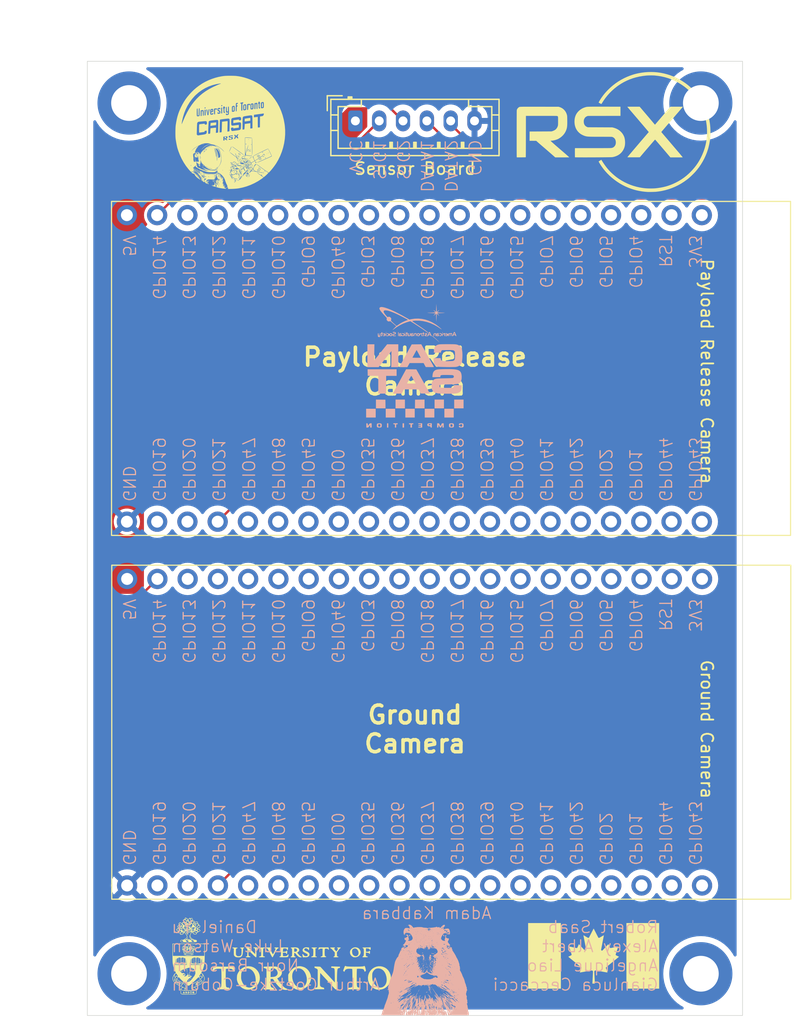
<source format=kicad_pcb>
(kicad_pcb (version 20240108) (generator "pcbnew") (generator_version "8.0")
  (layers (0 "F.Cu" mixed) (31 "B.Cu" power) (34 "B.Paste" user) (35 "F.Paste" user) (36 "B.SilkS" user "B.Silkscreen") (37 "F.SilkS" user "F.Silkscreen") (38 "B.Mask" user) (39 "F.Mask" user) (44 "Edge.Cuts" user))
  (net 0 "")
  (net 1 "GND")
  (net 2 "VCC")
  (net 4 "SIGNAL1")
  (net 5 "DATA1")
  (net 18 "DATA2")
  (net 76 "SIGNAL2")
  (footprint "Custom_Footprints:Freenove_ESP32-S3-WROOM_CAM_Board" (layer "F.Cu") (at 181.55 102.25 -90)
    (property "Reference" "Freenove_ESP32-S3-WROOM_CAM_Board_U2" (hide yes))
    (property "Value" "Ground Camera" (at 13.75 7.05 -90) (layer "F.SilkS"))
    (pad "J2-1" thru_hole circle (at 1.15 7.45 270) (size 1.7 1.7) (drill 1) (layers "*.Cu" "*.Mask"))
    (pad "J2-2" thru_hole circle (at 1.15 9.99 270) (size 1.7 1.7) (drill 1) (layers "*.Cu" "*.Mask"))
    (pad "J2-3" thru_hole circle (at 1.15 12.53 270) (size 1.7 1.7) (drill 1) (layers "*.Cu" "*.Mask"))
    (pad "J2-4" thru_hole circle (at 1.15 15.07 270) (size 1.7 1.7) (drill 1) (layers "*.Cu" "*.Mask"))
    (pad "J2-5" thru_hole circle (at 1.15 17.61 270) (size 1.7 1.7) (drill 1) (layers "*.Cu" "*.Mask"))
    (pad "J2-6" thru_hole circle (at 1.15 20.15 270) (size 1.7 1.7) (drill 1) (layers "*.Cu" "*.Mask"))
    (pad "J2-7" thru_hole circle (at 1.15 22.69 270) (size 1.7 1.7) (drill 1) (layers "*.Cu" "*.Mask"))
    (pad "J2-8" thru_hole circle (at 1.15 25.23 270) (size 1.7 1.7) (drill 1) (layers "*.Cu" "*.Mask"))
    (pad "J2-9" thru_hole circle (at 1.15 27.77 270) (size 1.7 1.7) (drill 1) (layers "*.Cu" "*.Mask"))
    (pad "J2-10" thru_hole circle (at 1.15 30.31 270) (size 1.7 1.7) (drill 1) (layers "*.Cu" "*.Mask"))
    (pad "J2-11" thru_hole circle (at 1.15 32.85 270) (size 1.7 1.7) (drill 1) (layers "*.Cu" "*.Mask"))
    (pad "J2-12" thru_hole circle (at 1.15 35.39 270) (size 1.7 1.7) (drill 1) (layers "*.Cu" "*.Mask"))
    (pad "J2-13" thru_hole circle (at 1.15 37.93 270) (size 1.7 1.7) (drill 1) (layers "*.Cu" "*.Mask"))
    (pad "J2-14" thru_hole circle (at 1.15 40.47 270) (size 1.7 1.7) (drill 1) (layers "*.Cu" "*.Mask"))
    (pad "J2-15" thru_hole circle (at 1.15 43.01 270) (size 1.7 1.7) (drill 1) (layers "*.Cu" "*.Mask"))
    (pad "J2-16" thru_hole circle (at 1.15 45.55 270) (size 1.7 1.7) (drill 1) (layers "*.Cu" "*.Mask"))
    (pad "J2-17" thru_hole circle (at 1.15 48.09 270) (size 1.7 1.7) (drill 1) (layers "*.Cu" "*.Mask"))
    (pad "J2-18" thru_hole circle (at 1.15 50.63 270) (size 1.7 1.7) (drill 1) (layers "*.Cu" "*.Mask"))
    (pad "J2-19" thru_hole circle (at 1.15 53.17 270) (size 1.7 1.7) (drill 1) (layers "*.Cu" "*.Mask") (net 76 "SIGNAL2"))
    (pad "J2-20" thru_hole circle (at 1.15 55.71 270) (size 1.7 1.7) (drill 1) (layers "*.Cu" "*.Mask") (net 2 "VCC"))
    (pad "J3-1" thru_hole circle (at 26.85 7.45 270) (size 1.7 1.7) (drill 1) (layers "*.Cu" "*.Mask"))
    (pad "J3-2" thru_hole circle (at 26.85 9.99 270) (size 1.7 1.7) (drill 1) (layers "*.Cu" "*.Mask"))
    (pad "J3-3" thru_hole circle (at 26.85 12.53 270) (size 1.7 1.7) (drill 1) (layers "*.Cu" "*.Mask"))
    (pad "J3-4" thru_hole circle (at 26.85 15.07 270) (size 1.7 1.7) (drill 1) (layers "*.Cu" "*.Mask"))
    (pad "J3-5" thru_hole circle (at 26.85 17.61 270) (size 1.7 1.7) (drill 1) (layers "*.Cu" "*.Mask"))
    (pad "J3-6" thru_hole circle (at 26.85 20.15 270) (size 1.7 1.7) (drill 1) (layers "*.Cu" "*.Mask"))
    (pad "J3-7" thru_hole circle (at 26.85 22.69 270) (size 1.7 1.7) (drill 1) (layers "*.Cu" "*.Mask"))
    (pad "J3-8" thru_hole circle (at 26.85 25.23 270) (size 1.7 1.7) (drill 1) (layers "*.Cu" "*.Mask"))
    (pad "J3-9" thru_hole circle (at 26.85 27.77 270) (size 1.7 1.7) (drill 1) (layers "*.Cu" "*.Mask"))
    (pad "J3-10" thru_hole circle (at 26.85 30.31 270) (size 1.7 1.7) (drill 1) (layers "*.Cu" "*.Mask"))
    (pad "J3-11" thru_hole circle (at 26.85 32.85 270) (size 1.7 1.7) (drill 1) (layers "*.Cu" "*.Mask"))
    (pad "J3-12" thru_hole circle (at 26.85 35.39 270) (size 1.7 1.7) (drill 1) (layers "*.Cu" "*.Mask"))
    (pad "J3-13" thru_hole circle (at 26.85 37.93 270) (size 1.7 1.7) (drill 1) (layers "*.Cu" "*.Mask"))
    (pad "J3-14" thru_hole circle (at 26.85 40.47 270) (size 1.7 1.7) (drill 1) (layers "*.Cu" "*.Mask"))
    (pad "J3-15" thru_hole circle (at 26.85 43.01 270) (size 1.7 1.7) (drill 1) (layers "*.Cu" "*.Mask"))
    (pad "J3-16" thru_hole circle (at 26.85 45.55 270) (size 1.7 1.7) (drill 1) (layers "*.Cu" "*.Mask"))
    (pad "J3-17" thru_hole circle (at 26.85 48.09 270) (size 1.7 1.7) (drill 1) (layers "*.Cu" "*.Mask") (net 18 "DATA2"))
    (pad "J3-18" thru_hole circle (at 26.85 50.63 270) (size 1.7 1.7) (drill 1) (layers "*.Cu" "*.Mask"))
    (pad "J3-19" thru_hole circle (at 26.85 53.17 270) (size 1.7 1.7) (drill 1) (layers "*.Cu" "*.Mask"))
    (pad "J3-20" thru_hole circle (at 26.85 55.71 270) (size 1.7 1.7) (drill 1) (layers "*.Cu" "*.Mask") (net 1 "GND"))
  )
  (footprint "Graphics:canada_flag" (layer "F.Cu") (at 165 135)
    (property "Reference" "G***")
    (property "Value" "LOGO" (hide yes))
  )
  (footprint "Custom_Footprints:Freenove_ESP32-S3-WROOM_CAM_Board" (layer "F.Cu") (at 181.53 71.75 -90)
    (property "Reference" "Freenove_ESP32-S3-WROOM_CAM_Board_U1" (hide yes))
    (property "Value" "Payload Release Camera" (at 14.25 7.03 -90) (layer "F.SilkS"))
    (pad "J2-1" thru_hole circle (at 1.15 7.45 270) (size 1.7 1.7) (drill 1) (layers "*.Cu" "*.Mask"))
    (pad "J2-2" thru_hole circle (at 1.15 9.99 270) (size 1.7 1.7) (drill 1) (layers "*.Cu" "*.Mask"))
    (pad "J2-3" thru_hole circle (at 1.15 12.53 270) (size 1.7 1.7) (drill 1) (layers "*.Cu" "*.Mask"))
    (pad "J2-4" thru_hole circle (at 1.15 15.07 270) (size 1.7 1.7) (drill 1) (layers "*.Cu" "*.Mask"))
    (pad "J2-5" thru_hole circle (at 1.15 17.61 270) (size 1.7 1.7) (drill 1) (layers "*.Cu" "*.Mask"))
    (pad "J2-6" thru_hole circle (at 1.15 20.15 270) (size 1.7 1.7) (drill 1) (layers "*.Cu" "*.Mask"))
    (pad "J2-7" thru_hole circle (at 1.15 22.69 270) (size 1.7 1.7) (drill 1) (layers "*.Cu" "*.Mask"))
    (pad "J2-8" thru_hole circle (at 1.15 25.23 270) (size 1.7 1.7) (drill 1) (layers "*.Cu" "*.Mask"))
    (pad "J2-9" thru_hole circle (at 1.15 27.77 270) (size 1.7 1.7) (drill 1) (layers "*.Cu" "*.Mask"))
    (pad "J2-10" thru_hole circle (at 1.15 30.31 270) (size 1.7 1.7) (drill 1) (layers "*.Cu" "*.Mask"))
    (pad "J2-11" thru_hole circle (at 1.15 32.85 270) (size 1.7 1.7) (drill 1) (layers "*.Cu" "*.Mask"))
    (pad "J2-12" thru_hole circle (at 1.15 35.39 270) (size 1.7 1.7) (drill 1) (layers "*.Cu" "*.Mask"))
    (pad "J2-13" thru_hole circle (at 1.15 37.93 270) (size 1.7 1.7) (drill 1) (layers "*.Cu" "*.Mask"))
    (pad "J2-14" thru_hole circle (at 1.15 40.47 270) (size 1.7 1.7) (drill 1) (layers "*.Cu" "*.Mask"))
    (pad "J2-15" thru_hole circle (at 1.15 43.01 270) (size 1.7 1.7) (drill 1) (layers "*.Cu" "*.Mask"))
    (pad "J2-16" thru_hole circle (at 1.15 45.55 270) (size 1.7 1.7) (drill 1) (layers "*.Cu" "*.Mask"))
    (pad "J2-17" thru_hole circle (at 1.15 48.09 270) (size 1.7 1.7) (drill 1) (layers "*.Cu" "*.Mask"))
    (pad "J2-18" thru_hole circle (at 1.15 50.63 270) (size 1.7 1.7) (drill 1) (layers "*.Cu" "*.Mask"))
    (pad "J2-19" thru_hole circle (at 1.15 53.17 270) (size 1.7 1.7) (drill 1) (layers "*.Cu" "*.Mask") (net 4 "SIGNAL1"))
    (pad "J2-20" thru_hole circle (at 1.15 55.71 270) (size 1.7 1.7) (drill 1) (layers "*.Cu" "*.Mask") (net 2 "VCC"))
    (pad "J3-1" thru_hole circle (at 26.85 7.45 270) (size 1.7 1.7) (drill 1) (layers "*.Cu" "*.Mask"))
    (pad "J3-2" thru_hole circle (at 26.85 9.99 270) (size 1.7 1.7) (drill 1) (layers "*.Cu" "*.Mask"))
    (pad "J3-3" thru_hole circle (at 26.85 12.53 270) (size 1.7 1.7) (drill 1) (layers "*.Cu" "*.Mask"))
    (pad "J3-4" thru_hole circle (at 26.85 15.07 270) (size 1.7 1.7) (drill 1) (layers "*.Cu" "*.Mask"))
    (pad "J3-5" thru_hole circle (at 26.85 17.61 270) (size 1.7 1.7) (drill 1) (layers "*.Cu" "*.Mask"))
    (pad "J3-6" thru_hole circle (at 26.85 20.15 270) (size 1.7 1.7) (drill 1) (layers "*.Cu" "*.Mask"))
    (pad "J3-7" thru_hole circle (at 26.85 22.69 270) (size 1.7 1.7) (drill 1) (layers "*.Cu" "*.Mask"))
    (pad "J3-8" thru_hole circle (at 26.85 25.23 270) (size 1.7 1.7) (drill 1) (layers "*.Cu" "*.Mask"))
    (pad "J3-9" thru_hole circle (at 26.85 27.77 270) (size 1.7 1.7) (drill 1) (layers "*.Cu" "*.Mask"))
    (pad "J3-10" thru_hole circle (at 26.85 30.31 270) (size 1.7 1.7) (drill 1) (layers "*.Cu" "*.Mask"))
    (pad "J3-11" thru_hole circle (at 26.85 32.85 270) (size 1.7 1.7) (drill 1) (layers "*.Cu" "*.Mask"))
    (pad "J3-12" thru_hole circle (at 26.85 35.39 270) (size 1.7 1.7) (drill 1) (layers "*.Cu" "*.Mask"))
    (pad "J3-13" thru_hole circle (at 26.85 37.93 270) (size 1.7 1.7) (drill 1) (layers "*.Cu" "*.Mask"))
    (pad "J3-14" thru_hole circle (at 26.85 40.47 270) (size 1.7 1.7) (drill 1) (layers "*.Cu" "*.Mask"))
    (pad "J3-15" thru_hole circle (at 26.85 43.01 270) (size 1.7 1.7) (drill 1) (layers "*.Cu" "*.Mask"))
    (pad "J3-16" thru_hole circle (at 26.85 45.55 270) (size 1.7 1.7) (drill 1) (layers "*.Cu" "*.Mask"))
    (pad "J3-17" thru_hole circle (at 26.85 48.09 270) (size 1.7 1.7) (drill 1) (layers "*.Cu" "*.Mask") (net 5 "DATA1"))
    (pad "J3-18" thru_hole circle (at 26.85 50.63 270) (size 1.7 1.7) (drill 1) (layers "*.Cu" "*.Mask"))
    (pad "J3-19" thru_hole circle (at 26.85 53.17 270) (size 1.7 1.7) (drill 1) (layers "*.Cu" "*.Mask"))
    (pad "J3-20" thru_hole circle (at 26.85 55.71 270) (size 1.7 1.7) (drill 1) (layers "*.Cu" "*.Mask") (net 1 "GND"))
  )
  (footprint "Graphics:rsx_logo" (layer "F.Cu") (at 166.5 66)
    (property "Reference" "G***")
    (property "Value" "LOGO" (hide yes))
  )
  (footprint "Graphics:uoft_coat_of_arms_2" (layer "F.Cu") (at 131 135)
    (property "Reference" "G***")
    (property "Value" "LOGO" (hide yes))
  )
  (footprint "Connector_JST:JST_PH_B6B-PH-K_1x06_P2.00mm_Vertical" (layer "F.Cu") (at 145 65)
    (property "Reference" "J1")
    (property "Value" "Sensor Board" (at 5 4 0) (layer "F.SilkS"))
    (pad "1" thru_hole roundrect (at 0 0) (size 1.2 1.75) (drill 0.75) (layers "*.Cu" "*.Mask") (roundrect_rratio 0.208333) (net 2 "VCC"))
    (pad "2" thru_hole oval (at 2 0) (size 1.2 1.75) (drill 0.75) (layers "*.Cu" "*.Mask") (net 4 "SIGNAL1"))
    (pad "3" thru_hole oval (at 4 0) (size 1.2 1.75) (drill 0.75) (layers "*.Cu" "*.Mask") (net 76 "SIGNAL2"))
    (pad "4" thru_hole oval (at 6 0) (size 1.2 1.75) (drill 0.75) (layers "*.Cu" "*.Mask") (net 5 "DATA1"))
    (pad "5" thru_hole oval (at 8 0) (size 1.2 1.75) (drill 0.75) (layers "*.Cu" "*.Mask") (net 18 "DATA2"))
    (pad "6" thru_hole oval (at 10 0) (size 1.2 1.75) (drill 0.75) (layers "*.Cu" "*.Mask") (net 1 "GND"))
  )
  (footprint "Graphics:rsx_cansat_logo" (layer "F.Cu") (at 134.5 66)
    (property "Reference" "G***")
    (property "Value" "LOGO" (hide yes))
  )
  (footprint "Graphics:uoft_text_2" (layer "F.Cu") (at 140.5 136)
    (property "Reference" "G***")
    (property "Value" "LOGO" (hide yes))
  )
  (footprint "DigiKey:WA-SMSI_9774030243" (layer "B.Cu") (at 126 63.5 180)
    (property "Reference" "REF**")
    (property "Value" "WA-SMSI_9774030243")
    (pad "" np_thru_hole circle (at 0 0 180) (size 3 3) (drill 3) (layers "*.Cu" "*.Mask"))
    (pad "1" smd circle (at 0 0 180) (size 5.3 5.3) (layers "B.Cu" "B.Mask"))
  )
  (footprint "DigiKey:WA-SMSI_9774030243" (layer "B.Cu") (at 126 136.5 180)
    (property "Reference" "REF**")
    (property "Value" "WA-SMSI_9774030243")
    (pad "" np_thru_hole circle (at 0 0 180) (size 3 3) (drill 3) (layers "*.Cu" "*.Mask"))
    (pad "1" smd circle (at 0 0 180) (size 5.3 5.3) (layers "B.Cu" "B.Mask"))
  )
  (footprint "Graphics:cansat_logo_2" (layer "B.Cu") (at 150 85.5 180)
    (property "Reference" "G***")
    (property "Value" "LOGO" (hide yes))
  )
  (footprint "DigiKey:WA-SMSI_9774030243" (layer "B.Cu") (at 174 63.5 180)
    (property "Reference" "REF**")
    (property "Value" "WA-SMSI_9774030243")
    (pad "" np_thru_hole circle (at 0 0 180) (size 3 3) (drill 3) (layers "*.Cu" "*.Mask"))
    (pad "1" smd circle (at 0 0 180) (size 5.3 5.3) (layers "B.Cu" "B.Mask"))
  )
  (footprint "Graphics:capybara" (layer "B.Cu") (at 151 135.5 180)
    (property "Reference" "G***")
    (property "Value" "LOGO" (hide yes))
  )
  (footprint "DigiKey:WA-SMSI_9774030243" (layer "B.Cu") (at 174 136.5 180)
    (property "Reference" "REF**")
    (property "Value" "WA-SMSI_9774030243")
    (pad "" np_thru_hole circle (at 0 0 180) (size 3 3) (drill 3) (layers "*.Cu" "*.Mask"))
    (pad "1" smd circle (at 0 0 180) (size 5.3 5.3) (layers "B.Cu" "B.Mask"))
  )
  (gr_rect (start 122.5 60) (end 177.5 140) (stroke (width 0.05)) (fill none) (layer "Edge.Cuts"))
  (gr_text "GPIO0" (at 143.5 97 270) (layer "B.SilkS") (effects (font (size 1 1) (thickness 0.1)) (justify left mirror)))
  (gr_text "GPIO2" (at 166 127.5 270) (layer "B.SilkS") (effects (font (size 1 1) (thickness 0.1)) (justify left mirror)))
  (gr_text "GPIO38" (at 153.5 127.5 270) (layer "B.SilkS") (effects (font (size 1 1) (thickness 0.1)) (justify left mirror)))
  (gr_text "3V3" (at 173.5 74.5 270) (layer "B.SilkS") (effects (font (size 1 1) (thickness 0.1)) (justify right mirror)))
  (gr_text "GPIO14" (at 128.5 74.5 270) (layer "B.SilkS") (effects (font (size 1 1) (thickness 0.1)) (justify right mirror)))
  (gr_text "GPIO36" (at 148.5 127.5 270) (layer "B.SilkS") (effects (font (size 1 1) (thickness 0.1)) (justify left mirror)))
  (gr_text "GPIO43" (at 173.5 127.5 270) (layer "B.SilkS") (effects (font (size 1 1) (thickness 0.1)) (justify left mirror)))
  (gr_text "GPIO39" (at 156 97 270) (layer "B.SilkS") (effects (font (size 1 1) (thickness 0.1)) (justify left mirror)))
  (gr_text "GPIO3" (at 146 74.5 270) (layer "B.SilkS") (effects (font (size 1 1) (thickness 0.1)) (justify right mirror)))
  (gr_text "VCC" (at 145 66.5 270) (layer "B.SilkS") (effects (font (size 1 1) (thickness 0.1)) (justify right mirror)))
  (gr_text "GPIO8" (at 148.5 74.5 270) (layer "B.SilkS") (effects (font (size 1 1) (thickness 0.1)) (justify right mirror)))
  (gr_text "GPIO44" (at 171 97 270) (layer "B.SilkS") (effects (font (size 1 1) (thickness 0.1)) (justify left mirror)))
  (gr_text "GPIO44" (at 171 127.5 270) (layer "B.SilkS") (effects (font (size 1 1) (thickness 0.1)) (justify left mirror)))
  (gr_text "GPIO19" (at 128.5 127.5 270) (layer "B.SilkS") (effects (font (size 1 1) (thickness 0.1)) (justify left mirror)))
  (gr_text "GPIO11" (at 136 74.5 270) (layer "B.SilkS") (effects (font (size 1 1) (thickness 0.1)) (justify right mirror)))
  (gr_text "GPIO36" (at 148.5 97 270) (layer "B.SilkS") (effects (font (size 1 1) (thickness 0.1)) (justify left mirror)))
  (gr_text "DATA1" (at 151 66.5 270) (layer "B.SilkS") (effects (font (size 1 1) (thickness 0.1)) (justify right mirror)))
  (gr_text "GPIO40" (at 158.5 127.5 270) (layer "B.SilkS") (effects (font (size 1 1) (thickness 0.1)) (justify left mirror)))
  (gr_text "GPIO10" (at 138.5 74.5 270) (layer "B.SilkS") (effects (font (size 1 1) (thickness 0.1)) (justify right mirror)))
  (gr_text "GPIO19" (at 128.5 97 270) (layer "B.SilkS") (effects (font (size 1 1) (thickness 0.1)) (justify left mirror)))
  (gr_text "RST" (at 171 105 270) (layer "B.SilkS") (effects (font (size 1 1) (thickness 0.1)) (justify right mirror)))
  (gr_text "GPIO1" (at 168.5 97 270) (layer "B.SilkS") (effects (font (size 1 1) (thickness 0.1)) (justify left mirror)))
  (gr_text "GPIO41" (at 161 97 270) (layer "B.SilkS") (effects (font (size 1 1) (thickness 0.1)) (justify left mirror)))
  (gr_text "GPIO16" (at 156 105 270) (layer "B.SilkS") (effects (font (size 1 1) (thickness 0.1)) (justify right mirror)))
  (gr_text "GPIO16" (at 156 74.5 270) (layer "B.SilkS") (effects (font (size 1 1) (thickness 0.1)) (justify right mirror)))
  (gr_text "GPIO47" (at 136 127.5 270) (layer "B.SilkS") (effects (font (size 1 1) (thickness 0.1)) (justify left mirror)))
  (gr_text "SIG2" (at 149 66.5 270) (layer "B.SilkS") (effects (font (size 1 1) (thickness 0.1)) (justify right mirror)))
  (gr_text "RST" (at 171 74.5 270) (layer "B.SilkS") (effects (font (size 1 1) (thickness 0.1)) (justify right mirror)))
  (gr_text "GPIO4" (at 168.5 105 270) (layer "B.SilkS") (effects (font (size 1 1) (thickness 0.1)) (justify right mirror)))
  (gr_text "GPIO42" (at 163.5 97 270) (layer "B.SilkS") (effects (font (size 1 1) (thickness 0.1)) (justify left mirror)))
  (gr_text "GPIO14" (at 128.5 105 270) (layer "B.SilkS") (effects (font (size 1 1) (thickness 0.1)) (justify right mirror)))
  (gr_text "GPIO48" (at 138.5 127.5 270) (layer "B.SilkS") (effects (font (size 1 1) (thickness 0.1)) (justify left mirror)))
  (gr_text "GPIO15" (at 158.5 74.5 270) (layer "B.SilkS") (effects (font (size 1 1) (thickness 0.1)) (justify right mirror)))
  (gr_text "GPIO45" (at 141 127.5 270) (layer "B.SilkS") (effects (font (size 1 1) (thickness 0.1)) (justify left mirror)))
  (gr_text "GPIO4" (at 168.5 74.5 270) (layer "B.SilkS") (effects (font (size 1 1) (thickness 0.1)) (justify right mirror)))
  (gr_text "GPIO11" (at 136 105 270) (layer "B.SilkS") (effects (font (size 1 1) (thickness 0.1)) (justify right mirror)))
  (gr_text "GPIO13" (at 131 105 270) (layer "B.SilkS") (effects (font (size 1 1) (thickness 0.1)) (justify right mirror)))
  (gr_text "GPIO21" (at 133.5 97 270) (layer "B.SilkS") (effects (font (size 1 1) (thickness 0.1)) (justify left mirror)))
  (gr_text "GPIO15" (at 158.5 105 270) (layer "B.SilkS") (effects (font (size 1 1) (thickness 0.1)) (justify right mirror)))
  (gr_text "GPIO45" (at 141 97 270) (layer "B.SilkS") (effects (font (size 1 1) (thickness 0.1)) (justify left mirror)))
  (gr_text "GPIO9" (at 141 74.5 270) (layer "B.SilkS") (effects (font (size 1 1) (thickness 0.1)) (justify right mirror)))
  (gr_text "GPIO47" (at 136 97 270) (layer "B.SilkS") (effects (font (size 1 1) (thickness 0.1)) (justify left mirror)))
  (gr_text "GPIO20" (at 131 127.5 270) (layer "B.SilkS") (effects (font (size 1 1) (thickness 0.1)) (justify left mirror)))
  (gr_text "Daniel Yu\nLuke Watson\nNour Barsoum\nArthur Goetzke-Coburn" (at 129.5 135 0) (layer "B.SilkS") (effects (font (size 1 1) (thickness 0.1)) (justify right mirror)))
  (gr_text "GPIO6" (at 163.5 105 270) (layer "B.SilkS") (effects (font (size 1 1) (thickness 0.1)) (justify right mirror)))
  (gr_text "GPIO20" (at 131 97 270) (layer "B.SilkS") (effects (font (size 1 1) (thickness 0.1)) (justify left mirror)))
  (gr_text "GPIO41" (at 161 127.5 270) (layer "B.SilkS") (effects (font (size 1 1) (thickness 0.1)) (justify left mirror)))
  (gr_text "5V" (at 126 105 270) (layer "B.SilkS") (effects (font (size 1 1) (thickness 0.1)) (justify right mirror)))
  (gr_text "5V" (at 126 74.5 270) (layer "B.SilkS") (effects (font (size 1 1) (thickness 0.1)) (justify right mirror)))
  (gr_text "GPIO37" (at 151 127.5 270) (layer "B.SilkS") (effects (font (size 1 1) (thickness 0.1)) (justify left mirror)))
  (gr_text "DATA2" (at 153 66.5 270) (layer "B.SilkS") (effects (font (size 1 1) (thickness 0.1)) (justify right mirror)))
  (gr_text "GPIO43" (at 173.5 97 270) (layer "B.SilkS") (effects (font (size 1 1) (thickness 0.1)) (justify left mirror)))
  (gr_text "SIG1" (at 147 66.5 270) (layer "B.SilkS") (effects (font (size 1 1) (thickness 0.1)) (justify right mirror)))
  (gr_text "GPIO39" (at 156 127.5 270) (layer "B.SilkS") (effects (font (size 1 1) (thickness 0.1)) (justify left mirror)))
  (gr_text "GPIO8" (at 148.5 105 270) (layer "B.SilkS") (effects (font (size 1 1) (thickness 0.1)) (justify right mirror)))
  (gr_text "GPIO46" (at 143.5 74.5 270) (layer "B.SilkS") (effects (font (size 1 1) (thickness 0.1)) (justify right mirror)))
  (gr_text "Adam Kabbara" (at 156.5 132 0) (layer "B.SilkS") (effects (font (size 1 1) (thickness 0.1)) (justify left bottom mirror)))
  (gr_text "GND" (at 155 66.5 -90) (layer "B.SilkS") (effects (font (size 1 1) (thickness 0.1)) (justify right mirror)))
  (gr_text "GPIO3" (at 146 105 270) (layer "B.SilkS") (effects (font (size 1 1) (thickness 0.1)) (justify right mirror)))
  (gr_text "GPIO10" (at 138.5 105 270) (layer "B.SilkS") (effects (font (size 1 1) (thickness 0.1)) (justify right mirror)))
  (gr_text "GPIO42" (at 163.5 127.5 270) (layer "B.SilkS") (effects (font (size 1 1) (thickness 0.1)) (justify left mirror)))
  (gr_text "GPIO40" (at 158.5 97 270) (layer "B.SilkS") (effects (font (size 1 1) (thickness 0.1)) (justify left mirror)))
  (gr_text "GPIO35" (at 146 97 270) (layer "B.SilkS") (effects (font (size 1 1) (thickness 0.1)) (justify left mirror)))
  (gr_text "GPIO17" (at 153.5 74.5 270) (layer "B.SilkS") (effects (font (size 1 1) (thickness 0.1)) (justify right mirror)))
  (gr_text "GPIO13" (at 131 74.5 270) (layer "B.SilkS") (effects (font (size 1 1) (thickness 0.1)) (justify right mirror)))
  (gr_text "GND" (at 126 97 270) (layer "B.SilkS") (effects (font (size 1 1) (thickness 0.1)) (justify left mirror)))
  (gr_text "GPIO48" (at 138.5 97 270) (layer "B.SilkS") (effects (font (size 1 1) (thickness 0.1)) (justify left mirror)))
  (gr_text "GPIO35" (at 146 127.5 270) (layer "B.SilkS") (effects (font (size 1 1) (thickness 0.1)) (justify left mirror)))
  (gr_text "GPIO0" (at 143.5 127.5 270) (layer "B.SilkS") (effects (font (size 1 1) (thickness 0.1)) (justify left mirror)))
  (gr_text "Robert Saab\nAlexey Albert\nAngelique Liao\nGianluca Ceccacci" (at 170.5 135 0) (layer "B.SilkS") (effects (font (size 1 1) (thickness 0.1)) (justify left mirror)))
  (gr_text "GPIO7" (at 161 74.5 270) (layer "B.SilkS") (effects (font (size 1 1) (thickness 0.1)) (justify right mirror)))
  (gr_text "GPIO5" (at 166 105 270) (layer "B.SilkS") (effects (font (size 1 1) (thickness 0.1)) (justify right mirror)))
  (gr_text "GPIO17" (at 153.5 105 270) (layer "B.SilkS") (effects (font (size 1 1) (thickness 0.1)) (justify right mirror)))
  (gr_text "GPIO6" (at 163.5 74.5 270) (layer "B.SilkS") (effects (font (size 1 1) (thickness 0.1)) (justify right mirror)))
  (gr_text "GPIO38" (at 153.5 97 270) (layer "B.SilkS") (effects (font (size 1 1) (thickness 0.1)) (justify left mirror)))
  (gr_text "GPIO7" (at 161 105 270) (layer "B.SilkS") (effects (font (size 1 1) (thickness 0.1)) (justify right mirror)))
  (gr_text "GPIO21" (at 133.5 127.5 270) (layer "B.SilkS") (effects (font (size 1 1) (thickness 0.1)) (justify left mirror)))
  (gr_text "GPIO18" (at 151 74.5 270) (layer "B.SilkS") (effects (font (size 1 1) (thickness 0.1)) (justify right mirror)))
  (gr_text "GPIO1" (at 168.5 127.5 270) (layer "B.SilkS") (effects (font (size 1 1) (thickness 0.1)) (justify left mirror)))
  (gr_text "GPIO12" (at 133.5 74.5 270) (layer "B.SilkS") (effects (font (size 1 1) (thickness 0.1)) (justify right mirror)))
  (gr_text "GPIO18" (at 151 105 270) (layer "B.SilkS") (effects (font (size 1 1) (thickness 0.1)) (justify right mirror)))
  (gr_text "GPIO2" (at 166 97 270) (layer "B.SilkS") (effects (font (size 1 1) (thickness 0.1)) (justify left mirror)))
  (gr_text "3V3" (at 173.5 105 270) (layer "B.SilkS") (effects (font (size 1 1) (thickness 0.1)) (justify right mirror)))
  (gr_text "GPIO12" (at 133.5 105 270) (layer "B.SilkS") (effects (font (size 1 1) (thickness 0.1)) (justify right mirror)))
  (gr_text "GPIO5" (at 166 74.5 270) (layer "B.SilkS") (effects (font (size 1 1) (thickness 0.1)) (justify right mirror)))
  (gr_text "GPIO37" (at 151 97 270) (layer "B.SilkS") (effects (font (size 1 1) (thickness 0.1)) (justify left mirror)))
  (gr_text "GPIO9" (at 141 105 270) (layer "B.SilkS") (effects (font (size 1 1) (thickness 0.1)) (justify right mirror)))
  (gr_text "GPIO46" (at 143.5 105 270) (layer "B.SilkS") (effects (font (size 1 1) (thickness 0.1)) (justify right mirror)))
  (gr_text "GND" (at 126 127.5 270) (layer "B.SilkS") (effects (font (size 1 1) (thickness 0.1)) (justify left mirror)))
  (gr_text "Ground\nCamera" (at 150 116 0) (layer "F.SilkS") (effects (font (size 1.5 1.5) (thickness 0.3) (bold yes))))
  (gr_text "Payload Release\nCamera" (at 150 86 0) (layer "F.SilkS") (effects (font (size 1.5 1.5) (thickness 0.3) (bold yes))))
  (segment (start 125.84 102.905686) (end 125.84 103.5) (width 0.2) (layer "F.Cu") (net 2))
  (segment (start 129.76 71.5) (end 128.36 72.9) (width 0.2) (layer "F.Cu") (net 4))
  (segment (start 147 65) (end 140.5 71.5) (width 0.2) (layer "F.Cu") (net 4))
  (segment (start 140.5 71.5) (end 129.76 71.5) (width 0.2) (layer "F.Cu") (net 4))
  (segment (start 175 71.5) (end 176.1 72.6) (width 0.2) (layer "F.Cu") (net 5))
  (segment (start 135.04 97) (end 133.44 98.6) (width 0.2) (layer "F.Cu") (net 5))
  (segment (start 151 65) (end 157.5 71.5) (width 0.2) (layer "F.Cu") (net 5))
  (segment (start 157.5 71.5) (end 175 71.5) (width 0.2) (layer "F.Cu") (net 5))
  (segment (start 172.5 97) (end 135.04 97) (width 0.2) (layer "F.Cu") (net 5))
  (segment (start 176.1 72.6) (end 176.1 93.4) (width 0.2) (layer "F.Cu") (net 5))
  (segment (start 176.1 93.4) (end 172.5 97) (width 0.2) (layer "F.Cu") (net 5))
  (segment (start 158.825 71.1) (end 175.165686 71.1) (width 0.2) (layer "F.Cu") (net 18))
  (segment (start 152.5 127.5) (end 135.06 127.5) (width 0.2) (layer "F.Cu") (net 18))
  (segment (start 176.5 103.5) (end 152.5 127.5) (width 0.2) (layer "F.Cu") (net 18))
  (segment (start 153 65) (end 153 65.275) (width 0.2) (layer "F.Cu") (net 18))
  (segment (start 175.165686 71.1) (end 176.5 72.434314) (width 0.2) (layer "F.Cu") (net 18))
  (segment (start 153 65.275) (end 158.825 71.1) (width 0.2) (layer "F.Cu") (net 18))
  (segment (start 176.5 72.434314) (end 176.5 103.5) (width 0.2) (layer "F.Cu") (net 18))
  (segment (start 135.06 127.5) (end 133.46 129.1) (width 0.2) (layer "F.Cu") (net 18))
  (segment (start 124 72.25) (end 124 104) (width 0.2) (layer "F.Cu") (net 76))
  (segment (start 125 105) (end 126.78 105) (width 0.2) (layer "F.Cu") (net 76))
  (segment (start 144.25 63.5) (end 139 68.75) (width 0.2) (layer "F.Cu") (net 76))
  (segment (start 127.5 68.75) (end 124 72.25) (width 0.2) (layer "F.Cu") (net 76))
  (segment (start 149 65) (end 147.5 63.5) (width 0.2) (layer "F.Cu") (net 76))
  (segment (start 126.78 105) (end 128.38 103.4) (width 0.2) (layer "F.Cu") (net 76))
  (segment (start 124 104) (end 125 105) (width 0.2) (layer "F.Cu") (net 76))
  (segment (start 139 68.75) (end 127.5 68.75) (width 0.2) (layer "F.Cu") (net 76))
  (segment (start 147.5 63.5) (end 144.25 63.5) (width 0.2) (layer "F.Cu") (net 76))
  (zone (net 2) (net_name "VCC") (layer "F.Cu") (priority 1) (connect_pads yes (clearance 0.25)) (min_thickness 0.25) (fill yes (thermal_gap 0.5) (thermal_bridge_width 0.5))
    (polygon (pts (xy 146 63.75) (xy 146 66) (xy 140.5 71.5) (xy 129.75 71.5) (xy 127.25 74) (xy 127.25 105) (xy 124.25 105) (xy 124.25 72) (xy 127.5 68.75) (xy 139 68.75) (xy 144 63.75)))
  )
  (zone (net 1) (net_name "GND") (layer "B.Cu") (name "GND Plane") (connect_pads (clearance 0.5)) (min_thickness 0.25) (fill yes (thermal_gap 0.5) (thermal_bridge_width 0.5))
    (polygon (pts (xy 122.5 60) (xy 122.5 140) (xy 177.5 140) (xy 177.5 60)))
  )
)
</source>
